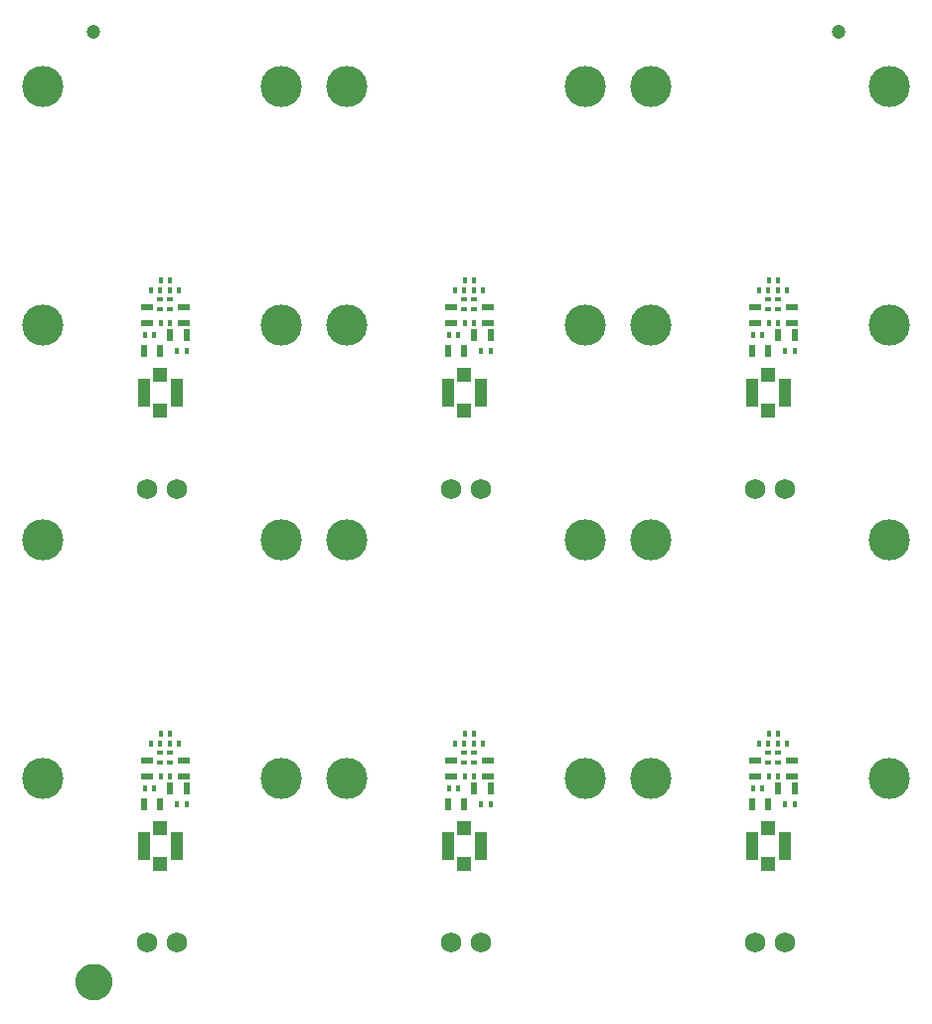
<source format=gts>
G75*
%MOIN*%
%OFA0B0*%
%FSLAX25Y25*%
%IPPOS*%
%LPD*%
%AMOC8*
5,1,8,0,0,1.08239X$1,22.5*
%
%ADD10R,0.01575X0.02362*%
%ADD11R,0.02362X0.01575*%
%ADD12R,0.04146X0.09461*%
%ADD13R,0.04737X0.04934*%
%ADD14R,0.03937X0.01969*%
%ADD15R,0.01969X0.03937*%
%ADD16C,0.13800*%
%ADD17C,0.04737*%
%ADD18C,0.05000*%
%ADD19C,0.06706*%
%ADD20C,0.06800*%
D10*
X0187511Y0352221D03*
X0190661Y0352221D03*
X0192976Y0356394D03*
X0196125Y0356394D03*
X0198433Y0347060D03*
X0201582Y0347060D03*
X0199027Y0367138D03*
X0195877Y0367138D03*
X0192728Y0367158D03*
X0189578Y0367158D03*
X0192846Y0370752D03*
X0195996Y0370752D03*
X0289511Y0352221D03*
X0292661Y0352221D03*
X0294976Y0356394D03*
X0298125Y0356394D03*
X0300433Y0347060D03*
X0303582Y0347060D03*
X0301027Y0367138D03*
X0297877Y0367138D03*
X0294728Y0367158D03*
X0291578Y0367158D03*
X0294846Y0370752D03*
X0297996Y0370752D03*
X0391511Y0352221D03*
X0394661Y0352221D03*
X0396976Y0356394D03*
X0400125Y0356394D03*
X0402433Y0347060D03*
X0405582Y0347060D03*
X0403027Y0367138D03*
X0399877Y0367138D03*
X0396728Y0367158D03*
X0393578Y0367158D03*
X0396846Y0370752D03*
X0399996Y0370752D03*
X0402433Y0499060D03*
X0405582Y0499060D03*
X0400125Y0508394D03*
X0396976Y0508394D03*
X0394661Y0504221D03*
X0391511Y0504221D03*
X0393578Y0519158D03*
X0396728Y0519158D03*
X0399877Y0519138D03*
X0403027Y0519138D03*
X0399996Y0522752D03*
X0396846Y0522752D03*
X0303582Y0499060D03*
X0300433Y0499060D03*
X0292661Y0504221D03*
X0289511Y0504221D03*
X0294976Y0508394D03*
X0298125Y0508394D03*
X0297877Y0519138D03*
X0294728Y0519158D03*
X0291578Y0519158D03*
X0294846Y0522752D03*
X0297996Y0522752D03*
X0301027Y0519138D03*
X0201582Y0499060D03*
X0198433Y0499060D03*
X0190661Y0504221D03*
X0187511Y0504221D03*
X0192976Y0508394D03*
X0196125Y0508394D03*
X0195877Y0519138D03*
X0192728Y0519158D03*
X0189578Y0519158D03*
X0192846Y0522752D03*
X0195996Y0522752D03*
X0199027Y0519138D03*
D11*
X0195858Y0516189D03*
X0195858Y0513040D03*
X0192622Y0513001D03*
X0192622Y0516150D03*
X0294622Y0516150D03*
X0294622Y0513001D03*
X0297858Y0513040D03*
X0297858Y0516189D03*
X0396622Y0516150D03*
X0396622Y0513001D03*
X0399858Y0513040D03*
X0399858Y0516189D03*
X0399858Y0364189D03*
X0399858Y0361040D03*
X0396622Y0361001D03*
X0396622Y0364150D03*
X0297858Y0364189D03*
X0297858Y0361040D03*
X0294622Y0361001D03*
X0294622Y0364150D03*
X0195858Y0364189D03*
X0195858Y0361040D03*
X0192622Y0361001D03*
X0192622Y0364150D03*
D12*
X0187326Y0332863D03*
X0198153Y0332863D03*
X0289326Y0332863D03*
X0300153Y0332863D03*
X0391326Y0332863D03*
X0402153Y0332863D03*
X0402153Y0484863D03*
X0391326Y0484863D03*
X0300153Y0484863D03*
X0289326Y0484863D03*
X0198153Y0484863D03*
X0187326Y0484863D03*
D13*
X0192740Y0490867D03*
X0192740Y0478859D03*
X0294740Y0478859D03*
X0294740Y0490867D03*
X0396740Y0490867D03*
X0396740Y0478859D03*
X0396740Y0338867D03*
X0396740Y0326859D03*
X0294740Y0326859D03*
X0294740Y0338867D03*
X0192740Y0338867D03*
X0192740Y0326859D03*
D14*
X0188412Y0356295D03*
X0188412Y0361708D03*
X0200715Y0361748D03*
X0200715Y0356334D03*
X0290412Y0356295D03*
X0290412Y0361708D03*
X0302715Y0361748D03*
X0302715Y0356334D03*
X0392412Y0356295D03*
X0392412Y0361708D03*
X0404715Y0361748D03*
X0404715Y0356334D03*
X0404715Y0508334D03*
X0404715Y0513748D03*
X0392412Y0513708D03*
X0392412Y0508295D03*
X0302715Y0508334D03*
X0302715Y0513748D03*
X0290412Y0513708D03*
X0290412Y0508295D03*
X0200715Y0508334D03*
X0200715Y0513748D03*
X0188412Y0513708D03*
X0188412Y0508295D03*
D15*
X0196133Y0504193D03*
X0201547Y0504193D03*
X0192779Y0499119D03*
X0187366Y0499119D03*
X0289366Y0499119D03*
X0294779Y0499119D03*
X0298133Y0504193D03*
X0303547Y0504193D03*
X0391366Y0499119D03*
X0396779Y0499119D03*
X0400133Y0504193D03*
X0405547Y0504193D03*
X0405547Y0352193D03*
X0400133Y0352193D03*
X0396779Y0347119D03*
X0391366Y0347119D03*
X0303547Y0352193D03*
X0298133Y0352193D03*
X0294779Y0347119D03*
X0289366Y0347119D03*
X0201547Y0352193D03*
X0196133Y0352193D03*
X0192779Y0347119D03*
X0187366Y0347119D03*
D16*
X0153333Y0355783D03*
X0153333Y0435783D03*
X0153333Y0507783D03*
X0153333Y0587783D03*
X0233333Y0587783D03*
X0255333Y0587783D03*
X0255333Y0507783D03*
X0233333Y0507783D03*
X0233333Y0435783D03*
X0255333Y0435783D03*
X0255333Y0355783D03*
X0233333Y0355783D03*
X0335333Y0355783D03*
X0357333Y0355783D03*
X0357333Y0435783D03*
X0335333Y0435783D03*
X0335333Y0507783D03*
X0357333Y0507783D03*
X0357333Y0587783D03*
X0335333Y0587783D03*
X0437333Y0587783D03*
X0437333Y0507783D03*
X0437333Y0435783D03*
X0437333Y0355783D03*
D17*
X0420333Y0606033D03*
X0170333Y0606033D03*
D18*
X0166768Y0287533D02*
X0166770Y0287652D01*
X0166776Y0287771D01*
X0166786Y0287890D01*
X0166800Y0288008D01*
X0166818Y0288126D01*
X0166839Y0288243D01*
X0166865Y0288359D01*
X0166895Y0288475D01*
X0166928Y0288589D01*
X0166965Y0288702D01*
X0167006Y0288814D01*
X0167051Y0288925D01*
X0167099Y0289034D01*
X0167151Y0289141D01*
X0167207Y0289246D01*
X0167266Y0289350D01*
X0167328Y0289451D01*
X0167394Y0289551D01*
X0167463Y0289648D01*
X0167535Y0289742D01*
X0167611Y0289835D01*
X0167689Y0289924D01*
X0167770Y0290011D01*
X0167855Y0290096D01*
X0167942Y0290177D01*
X0168031Y0290255D01*
X0168124Y0290331D01*
X0168218Y0290403D01*
X0168315Y0290472D01*
X0168415Y0290538D01*
X0168516Y0290600D01*
X0168620Y0290659D01*
X0168725Y0290715D01*
X0168832Y0290767D01*
X0168941Y0290815D01*
X0169052Y0290860D01*
X0169164Y0290901D01*
X0169277Y0290938D01*
X0169391Y0290971D01*
X0169507Y0291001D01*
X0169623Y0291027D01*
X0169740Y0291048D01*
X0169858Y0291066D01*
X0169976Y0291080D01*
X0170095Y0291090D01*
X0170214Y0291096D01*
X0170333Y0291098D01*
X0170452Y0291096D01*
X0170571Y0291090D01*
X0170690Y0291080D01*
X0170808Y0291066D01*
X0170926Y0291048D01*
X0171043Y0291027D01*
X0171159Y0291001D01*
X0171275Y0290971D01*
X0171389Y0290938D01*
X0171502Y0290901D01*
X0171614Y0290860D01*
X0171725Y0290815D01*
X0171834Y0290767D01*
X0171941Y0290715D01*
X0172046Y0290659D01*
X0172150Y0290600D01*
X0172251Y0290538D01*
X0172351Y0290472D01*
X0172448Y0290403D01*
X0172542Y0290331D01*
X0172635Y0290255D01*
X0172724Y0290177D01*
X0172811Y0290096D01*
X0172896Y0290011D01*
X0172977Y0289924D01*
X0173055Y0289835D01*
X0173131Y0289742D01*
X0173203Y0289648D01*
X0173272Y0289551D01*
X0173338Y0289451D01*
X0173400Y0289350D01*
X0173459Y0289246D01*
X0173515Y0289141D01*
X0173567Y0289034D01*
X0173615Y0288925D01*
X0173660Y0288814D01*
X0173701Y0288702D01*
X0173738Y0288589D01*
X0173771Y0288475D01*
X0173801Y0288359D01*
X0173827Y0288243D01*
X0173848Y0288126D01*
X0173866Y0288008D01*
X0173880Y0287890D01*
X0173890Y0287771D01*
X0173896Y0287652D01*
X0173898Y0287533D01*
X0173896Y0287414D01*
X0173890Y0287295D01*
X0173880Y0287176D01*
X0173866Y0287058D01*
X0173848Y0286940D01*
X0173827Y0286823D01*
X0173801Y0286707D01*
X0173771Y0286591D01*
X0173738Y0286477D01*
X0173701Y0286364D01*
X0173660Y0286252D01*
X0173615Y0286141D01*
X0173567Y0286032D01*
X0173515Y0285925D01*
X0173459Y0285820D01*
X0173400Y0285716D01*
X0173338Y0285615D01*
X0173272Y0285515D01*
X0173203Y0285418D01*
X0173131Y0285324D01*
X0173055Y0285231D01*
X0172977Y0285142D01*
X0172896Y0285055D01*
X0172811Y0284970D01*
X0172724Y0284889D01*
X0172635Y0284811D01*
X0172542Y0284735D01*
X0172448Y0284663D01*
X0172351Y0284594D01*
X0172251Y0284528D01*
X0172150Y0284466D01*
X0172046Y0284407D01*
X0171941Y0284351D01*
X0171834Y0284299D01*
X0171725Y0284251D01*
X0171614Y0284206D01*
X0171502Y0284165D01*
X0171389Y0284128D01*
X0171275Y0284095D01*
X0171159Y0284065D01*
X0171043Y0284039D01*
X0170926Y0284018D01*
X0170808Y0284000D01*
X0170690Y0283986D01*
X0170571Y0283976D01*
X0170452Y0283970D01*
X0170333Y0283968D01*
X0170214Y0283970D01*
X0170095Y0283976D01*
X0169976Y0283986D01*
X0169858Y0284000D01*
X0169740Y0284018D01*
X0169623Y0284039D01*
X0169507Y0284065D01*
X0169391Y0284095D01*
X0169277Y0284128D01*
X0169164Y0284165D01*
X0169052Y0284206D01*
X0168941Y0284251D01*
X0168832Y0284299D01*
X0168725Y0284351D01*
X0168620Y0284407D01*
X0168516Y0284466D01*
X0168415Y0284528D01*
X0168315Y0284594D01*
X0168218Y0284663D01*
X0168124Y0284735D01*
X0168031Y0284811D01*
X0167942Y0284889D01*
X0167855Y0284970D01*
X0167770Y0285055D01*
X0167689Y0285142D01*
X0167611Y0285231D01*
X0167535Y0285324D01*
X0167463Y0285418D01*
X0167394Y0285515D01*
X0167328Y0285615D01*
X0167266Y0285716D01*
X0167207Y0285820D01*
X0167151Y0285925D01*
X0167099Y0286032D01*
X0167051Y0286141D01*
X0167006Y0286252D01*
X0166965Y0286364D01*
X0166928Y0286477D01*
X0166895Y0286591D01*
X0166865Y0286707D01*
X0166839Y0286823D01*
X0166818Y0286940D01*
X0166800Y0287058D01*
X0166786Y0287176D01*
X0166776Y0287295D01*
X0166770Y0287414D01*
X0166768Y0287533D01*
D19*
X0170333Y0287533D03*
D20*
X0188333Y0300783D03*
X0198333Y0300783D03*
X0290333Y0300783D03*
X0300333Y0300783D03*
X0392333Y0300783D03*
X0402333Y0300783D03*
X0402333Y0452783D03*
X0392333Y0452783D03*
X0300333Y0452783D03*
X0290333Y0452783D03*
X0198333Y0452783D03*
X0188333Y0452783D03*
M02*

</source>
